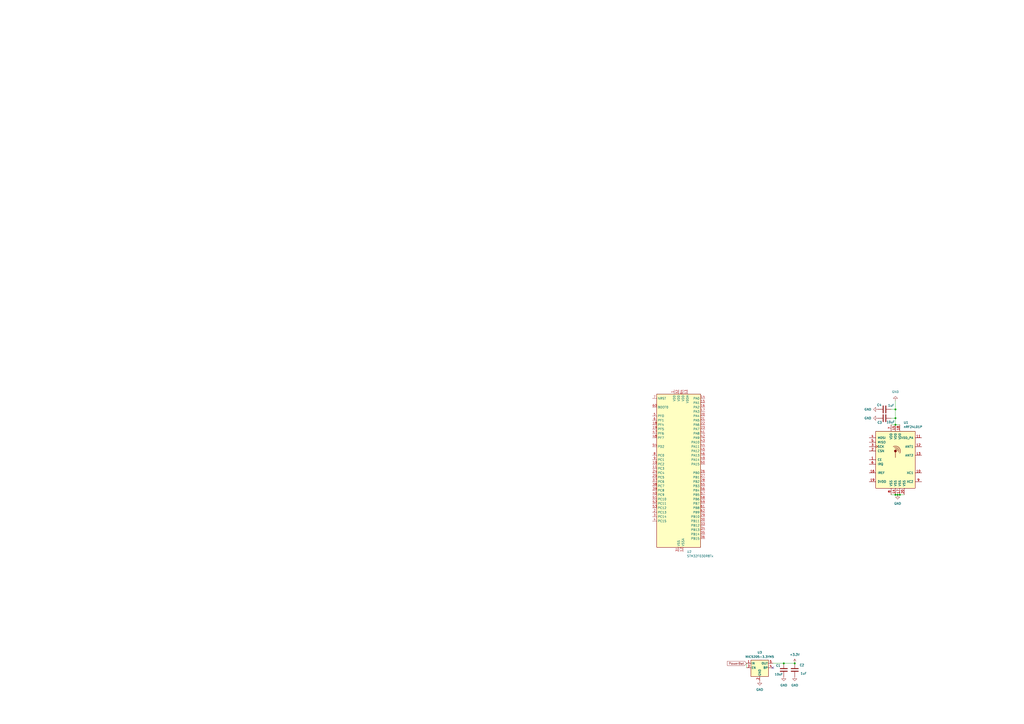
<source format=kicad_sch>
(kicad_sch (version 20231120) (generator "eeschema") (generator_version "8.0")
  (paper "A2")
  (lib_symbols
    (symbol "Device:C" (pin_numbers hide) (pin_names (offset 0.254))
      (property "Reference" "C" (at 0.635 2.54 0))
      (property "Value" "C" (at 0.635 -2.54 0))
      (symbol "C_0_1"
        (polyline (pts (xy -2.032 -0.762) (xy 2.032 -0.762)) (stroke (width 0.508)))
        (polyline (pts (xy -2.032 0.762) (xy 2.032 0.762)) (stroke (width 0.508)))
      )
      (symbol "C_1_1"
        (pin passive line (at 0 3.81 270) (length 2.794) (name "~") (number "1"))
        (pin passive line (at 0 -3.81 90) (length 2.794) (name "~") (number "2"))
      )
    )
    (symbol "MCU_ST_STM32F0:STM32F030R8Tx"
      (property "Reference" "U" (at -12.7 46.99 0))
      (property "Value" "STM32F030R8Tx" (at 7.62 46.99 0))
      (symbol "STM32F030R8Tx_0_1"
        (rectangle (start -12.7 -43.18) (end 12.7 45.72) (stroke (width 0.254)) (fill (type background)))
      )
      (symbol "STM32F030R8Tx_1_1"
        (pin power_in line (at -2.54 48.26 270) (length 2.54) (name "VDD") (number "1"))
        (pin bidirectional line (at -15.24 5.08 0) (length 2.54) (name "PC2") (number "10"))
        (pin bidirectional line (at -15.24 2.54 0) (length 2.54) (name "PC3") (number "11"))
        (pin power_in line (at 2.54 -45.72 90) (length 2.54) (name "VSSA") (number "12"))
        (pin power_in line (at 5.08 48.26 270) (length 2.54) (name "VDDA") (number "13"))
        (pin bidirectional line (at 15.24 43.18 180) (length 2.54) (name "PA0") (number "14"))
        (pin bidirectional line (at 15.24 40.64 180) (length 2.54) (name "PA1") (number "15"))
        (pin bidirectional line (at 15.24 38.1 180) (length 2.54) (name "PA2") (number "16"))
        (pin bidirectional line (at 15.24 35.56 180) (length 2.54) (name "PA3") (number "17"))
        (pin bidirectional line (at -15.24 27.94 0) (length 2.54) (name "PF4") (number "18"))
        (pin bidirectional line (at -15.24 25.4 0) (length 2.54) (name "PF5") (number "19"))
        (pin bidirectional line (at -15.24 -22.86 0) (length 2.54) (name "PC13") (number "2"))
        (pin bidirectional line (at 15.24 33.02 180) (length 2.54) (name "PA4") (number "20"))
        (pin bidirectional line (at 15.24 30.48 180) (length 2.54) (name "PA5") (number "21"))
        (pin bidirectional line (at 15.24 27.94 180) (length 2.54) (name "PA6") (number "22"))
        (pin bidirectional line (at 15.24 25.4 180) (length 2.54) (name "PA7") (number "23"))
        (pin bidirectional line (at -15.24 0 0) (length 2.54) (name "PC4") (number "24"))
        (pin bidirectional line (at -15.24 -2.54 0) (length 2.54) (name "PC5") (number "25"))
        (pin bidirectional line (at 15.24 0 180) (length 2.54) (name "PB0") (number "26"))
        (pin bidirectional line (at 15.24 -2.54 180) (length 2.54) (name "PB1") (number "27"))
        (pin bidirectional line (at 15.24 -5.08 180) (length 2.54) (name "PB2") (number "28"))
        (pin bidirectional line (at 15.24 -25.4 180) (length 2.54) (name "PB10") (number "29"))
        (pin bidirectional line (at -15.24 -25.4 0) (length 2.54) (name "PC14") (number "3"))
        (pin bidirectional line (at 15.24 -27.94 180) (length 2.54) (name "PB11") (number "30"))
        (pin power_in line (at 0 -45.72 90) (length 2.54) (name "VSS") (number "31"))
        (pin power_in line (at 0 48.26 270) (length 2.54) (name "VDD") (number "32"))
        (pin bidirectional line (at 15.24 -30.48 180) (length 2.54) (name "PB12") (number "33"))
        (pin bidirectional line (at 15.24 -33.02 180) (length 2.54) (name "PB13") (number "34"))
        (pin bidirectional line (at 15.24 -35.56 180) (length 2.54) (name "PB14") (number "35"))
        (pin bidirectional line (at 15.24 -38.1 180) (length 2.54) (name "PB15") (number "36"))
        (pin bidirectional line (at -15.24 -5.08 0) (length 2.54) (name "PC6") (number "37"))
        (pin bidirectional line (at -15.24 -7.62 0) (length 2.54) (name "PC7") (number "38"))
        (pin bidirectional line (at -15.24 -10.16 0) (length 2.54) (name "PC8") (number "39"))
        (pin bidirectional line (at -15.24 -27.94 0) (length 2.54) (name "PC15") (number "4"))
        (pin bidirectional line (at -15.24 -12.7 0) (length 2.54) (name "PC9") (number "40"))
        (pin bidirectional line (at 15.24 22.86 180) (length 2.54) (name "PA8") (number "41"))
        (pin bidirectional line (at 15.24 20.32 180) (length 2.54) (name "PA9") (number "42"))
        (pin bidirectional line (at 15.24 17.78 180) (length 2.54) (name "PA10") (number "43"))
        (pin bidirectional line (at 15.24 15.24 180) (length 2.54) (name "PA11") (number "44"))
        (pin bidirectional line (at 15.24 12.7 180) (length 2.54) (name "PA12") (number "45"))
        (pin bidirectional line (at 15.24 10.16 180) (length 2.54) (name "PA13") (number "46"))
        (pin bidirectional line (at -15.24 22.86 0) (length 2.54) (name "PF6") (number "47"))
        (pin bidirectional line (at -15.24 20.32 0) (length 2.54) (name "PF7") (number "48"))
        (pin bidirectional line (at 15.24 7.62 180) (length 2.54) (name "PA14") (number "49"))
        (pin bidirectional line (at -15.24 33.02 0) (length 2.54) (name "PF0") (number "5"))
        (pin bidirectional line (at 15.24 5.08 180) (length 2.54) (name "PA15") (number "50"))
        (pin bidirectional line (at -15.24 -15.24 0) (length 2.54) (name "PC10") (number "51"))
        (pin bidirectional line (at -15.24 -17.78 0) (length 2.54) (name "PC11") (number "52"))
        (pin bidirectional line (at -15.24 -20.32 0) (length 2.54) (name "PC12") (number "53"))
        (pin bidirectional line (at -15.24 15.24 0) (length 2.54) (name "PD2") (number "54"))
        (pin bidirectional line (at 15.24 -7.62 180) (length 2.54) (name "PB3") (number "55"))
        (pin bidirectional line (at 15.24 -10.16 180) (length 2.54) (name "PB4") (number "56"))
        (pin bidirectional line (at 15.24 -12.7 180) (length 2.54) (name "PB5") (number "57"))
        (pin bidirectional line (at 15.24 -15.24 180) (length 2.54) (name "PB6") (number "58"))
        (pin bidirectional line (at 15.24 -17.78 180) (length 2.54) (name "PB7") (number "59"))
        (pin bidirectional line (at -15.24 30.48 0) (length 2.54) (name "PF1") (number "6"))
        (pin input line (at -15.24 38.1 0) (length 2.54) (name "BOOT0") (number "60"))
        (pin bidirectional line (at 15.24 -20.32 180) (length 2.54) (name "PB8") (number "61"))
        (pin bidirectional line (at 15.24 -22.86 180) (length 2.54) (name "PB9") (number "62"))
        (pin passive line (at 0 -45.72 90) (length 2.54) hide (name "VSS") (number "63"))
        (pin power_in line (at 2.54 48.26 270) (length 2.54) (name "VDD") (number "64"))
        (pin input line (at -15.24 43.18 0) (length 2.54) (name "NRST") (number "7"))
        (pin bidirectional line (at -15.24 10.16 0) (length 2.54) (name "PC0") (number "8"))
        (pin bidirectional line (at -15.24 7.62 0) (length 2.54) (name "PC1") (number "9"))
      )
    )
    (symbol "RF:nRF24L01P" (pin_names (offset 1.016))
      (property "Reference" "U" (at -11.43 17.78 0))
      (property "Value" "nRF24L01P" (at 5.08 17.78 0))
      (symbol "nRF24L01P_0_1"
        (rectangle (start -11.43 16.51) (end 11.43 -16.51) (stroke (width 0.254)) (fill (type background)))
        (polyline (pts (xy 0 4.445) (xy 0 1.27)) (stroke (width 0.254)))
        (circle (center 0 5.08) (radius 0.635) (stroke (width 0.254)) (fill (type outline)))
        (arc (start 1.27 5.08) (mid 0.9071 5.9946) (end 0 6.35) (stroke (width 0.254)))
        (arc (start 1.905 4.445) (mid 1.4313 6.5254) (end -0.635 6.985) (stroke (width 0.254)))
        (arc (start 2.54 3.81) (mid 2.008 7.088) (end -1.27 7.62) (stroke (width 0.254)))
        (rectangle (start 11.43 -13.97) (end 11.43 -13.97))
      )
      (symbol "nRF24L01P_1_1"
        (pin input line (at -15.24 0 0) (length 3.81) (name "CE") (number "1"))
        (pin passive line (at 15.24 -7.62 180) (length 3.81) (name "XC1") (number "10"))
        (pin power_out line (at 15.24 12.7 180) (length 3.81) (name "VDD_PA") (number "11"))
        (pin passive line (at 15.24 7.62 180) (length 3.81) (name "ANT1") (number "12"))
        (pin passive line (at 15.24 2.54 180) (length 3.81) (name "ANT2") (number "13"))
        (pin power_in line (at 0 -20.32 90) (length 3.81) (name "VSS") (number "14"))
        (pin power_in line (at 0 20.32 270) (length 3.81) (name "VDD") (number "15"))
        (pin passive line (at -15.24 -7.62 0) (length 3.81) (name "IREF") (number "16"))
        (pin power_in line (at 2.54 -20.32 90) (length 3.81) (name "VSS") (number "17"))
        (pin power_in line (at 2.54 20.32 270) (length 3.81) (name "VDD") (number "18"))
        (pin power_out line (at -15.24 -12.7 0) (length 3.81) (name "DVDD") (number "19"))
        (pin input line (at -15.24 5.08 0) (length 3.81) (name "CSN") (number "2"))
        (pin power_in line (at 5.08 -20.32 90) (length 3.81) (name "VSS") (number "20"))
        (pin input clock (at -15.24 7.62 0) (length 3.81) (name "SCK") (number "3"))
        (pin input line (at -15.24 12.7 0) (length 3.81) (name "MOSI") (number "4"))
        (pin output line (at -15.24 10.16 0) (length 3.81) (name "MISO") (number "5"))
        (pin output line (at -15.24 -2.54 0) (length 3.81) (name "IRQ") (number "6"))
        (pin power_in line (at -2.54 20.32 270) (length 3.81) (name "VDD") (number "7"))
        (pin power_in line (at -2.54 -20.32 90) (length 3.81) (name "VSS") (number "8"))
        (pin passive line (at 15.24 -12.7 180) (length 3.81) (name "XC2") (number "9"))
      )
    )
    (symbol "Regulator_Linear:MIC5205-3.3YM5" (pin_names (offset 0.254))
      (property "Reference" "U" (at -3.81 5.715 0))
      (property "Value" "MIC5205-3.3YM5" (at 0 5.715 0))
      (symbol "MIC5205-3.3YM5_0_1"
        (rectangle (start -5.08 4.445) (end 5.08 -5.08) (stroke (width 0.254)) (fill (type background)))
      )
      (symbol "MIC5205-3.3YM5_1_1"
        (pin power_in line (at -7.62 2.54 0) (length 2.54) (name "IN") (number "1"))
        (pin power_in line (at 0 -7.62 90) (length 2.54) (name "GND") (number "2"))
        (pin input line (at -7.62 0 0) (length 2.54) (name "EN") (number "3"))
        (pin input line (at 7.62 0 180) (length 2.54) (name "BP") (number "4"))
        (pin power_out line (at 7.62 2.54 180) (length 2.54) (name "OUT") (number "5"))
      )
    )
    (symbol "power:+3.3V" (power) (pin_numbers hide) (pin_names (offset 0) hide)
      (property "Value" "+3.3V" (at 0 3.556 0))
      (symbol "+3.3V_0_1"
        (polyline (pts (xy -0.762 1.27) (xy 0 2.54)))
        (polyline (pts (xy 0 0) (xy 0 2.54)))
        (polyline (pts (xy 0 2.54) (xy 0.762 1.27)))
      )
      (symbol "+3.3V_1_1"
        (pin power_in line (at 0 0 90) (length 0) (name "~") (number "1"))
      )
    )
    (symbol "power:GND" (power) (pin_numbers hide) (pin_names (offset 0) hide)
      (property "Value" "GND" (at 0 -3.81 0))
      (symbol "GND_0_1"
        (polyline (pts (xy 0 0) (xy 0 -1.27) (xy 1.27 -1.27) (xy 0 -2.54) (xy -1.27 -1.27) (xy 0 -1.27)))
      )
      (symbol "GND_1_1"
        (pin power_in line (at 0 0 270) (length 0) (name "~") (number "1"))
      )
    )
  )
  (junction (at 519.43 242.57))
  (junction (at 454.66 384.81))
  (junction (at 519.43 237.49))
  (junction (at 461.01 384.81))
  (junction (at 519.43 287.02))
  (junction (at 519.43 246.38))
  (junction (at 520.7 287.02))
  (junction (at 521.97 287.02))
  (no_connect (at 448.31 387.35))
  (wire (pts (xy 516.89 242.57) (xy 519.43 242.57)))
  (wire (pts (xy 516.89 237.49) (xy 519.43 237.49)))
  (wire (pts (xy 516.89 287.02) (xy 519.43 287.02)))
  (wire (pts (xy 519.43 232.41) (xy 519.43 237.49)))
  (wire (pts (xy 521.97 287.02) (xy 524.51 287.02)))
  (wire (pts (xy 519.43 287.02) (xy 520.7 287.02)))
  (wire (pts (xy 433.07 384.81) (xy 433.07 387.35)))
  (wire (pts (xy 519.43 242.57) (xy 519.43 246.38)))
  (wire (pts (xy 519.43 237.49) (xy 519.43 242.57)))
  (wire (pts (xy 516.89 246.38) (xy 519.43 246.38)))
  (wire (pts (xy 454.66 384.81) (xy 461.01 384.81)))
  (wire (pts (xy 448.31 384.81) (xy 454.66 384.81)))
  (wire (pts (xy 519.43 246.38) (xy 521.97 246.38)))
  (wire (pts (xy 520.7 287.02) (xy 521.97 287.02)))
  (global_label "PowerBat" (shape input) (at 433.07 384.81 180) (property "Intersheetrefs" "${INTERSHEET_REFS}" (effects (hide yes))))
  (symbol (lib_id "Device:C") (at 461.01 388.62 0) (unit 1)
    (property "Reference" "C2" (at 463.804 385.826 0) (effects (justify left)))
    (property "Value" "1uF" (at 464.312 390.652 0) (effects (justify left)))
    (property "Description" "Unpolarized capacitor" (effects (hide yes)))
  )
  (symbol (lib_id "power:GND") (at 461.01 392.43 0) (unit 1)
    (property "Reference" "#PWR03" (effects (hide yes)))
    (property "Value" "GND" (at 461.01 397.51 0))
    (property "Description" "Power symbol creates a global label with name \"GND\" , ground" (effects (hide yes)))
  )
  (symbol (lib_id "Device:C") (at 513.08 242.57 90) (unit 1)
    (property "Reference" "C3" (at 510.286 245.11 90))
    (property "Value" "10uF" (at 516.636 244.856 90))
    (property "Description" "Unpolarized capacitor" (effects (hide yes)))
  )
  (symbol (lib_id "RF:nRF24L01P") (at 519.43 266.7 0) (unit 1)
    (property "Reference" "U1" (at 524.1641 245.11 0) (effects (justify left)))
    (property "Value" "nRF24L01P" (at 524.1641 247.65 0) (effects (justify left)))
    (property "Footprint" "Package_DFN_QFN:QFN-20-1EP_4x4mm_P0.5mm_EP2.5x2.5mm" (effects (hide yes)))
    (property "Datasheet" "http://www.nordicsemi.com/eng/content/download/2726/34069/file/nRF24L01P_Product_Specification_1_0.pdf" (effects (hide yes)))
    (property "Description" "nRF24L01+, Ultra low power 2.4GHz RF Transceiver, QFN20 4x4mm" (effects (hide yes)))
  )
  (symbol (lib_id "MCU_ST_STM32F0:STM32F030R8Tx") (at 393.7 274.32 0) (unit 1)
    (property "Reference" "U2" (at 398.4341 320.04 0) (effects (justify left)))
    (property "Value" "STM32F030R8Tx" (at 398.4341 322.58 0) (effects (justify left)))
    (property "Footprint" "Package_QFP:LQFP-64_10x10mm_P0.5mm" (effects (hide yes)))
    (property "Datasheet" "https://www.st.com/resource/en/datasheet/stm32f030r8.pdf" (effects (hide yes)))
    (property "Description" "STMicroelectronics Arm Cortex-M0 MCU, 64KB flash, 8KB RAM, 48 MHz, 2.4-3.6V, 55 GPIO, LQFP64" (effects (hide yes)))
  )
  (symbol (lib_id "Regulator_Linear:MIC5205-3.3YM5") (at 440.69 387.35 0) (unit 1)
    (property "Reference" "U3" (at 440.69 378.46 0))
    (property "Value" "MIC5205-3.3YM5" (at 440.69 381 0))
    (property "Footprint" "Package_TO_SOT_SMD:SOT-23-5" (effects (hide yes)))
    (property "Datasheet" "http://ww1.microchip.com/downloads/en/DeviceDoc/20005785A.pdf" (effects (hide yes)))
    (property "Description" "150mA low dropout linear regulator, fixed 3.3V output, SOT-23-5" (effects (hide yes)))
  )
  (symbol (lib_id "power:+3.3V") (at 461.01 384.81 0) (unit 1)
    (property "Reference" "#PWR01" (effects (hide yes)))
    (property "Value" "+3.3V" (at 461.01 379.73 0))
    (property "Description" "Power symbol creates a global label with name \"+3.3V\"" (effects (hide yes)))
  )
  (symbol (lib_id "power:GND") (at 440.69 394.97 0) (unit 1)
    (property "Reference" "#PWR04" (effects (hide yes)))
    (property "Value" "GND" (at 440.69 400.05 0))
    (property "Description" "Power symbol creates a global label with name \"GND\" , ground" (effects (hide yes)))
  )
  (symbol (lib_id "power:GND") (at 454.66 392.43 0) (unit 1)
    (property "Reference" "#PWR02" (effects (hide yes)))
    (property "Value" "GND" (at 454.66 397.51 0))
    (property "Description" "Power symbol creates a global label with name \"GND\" , ground" (effects (hide yes)))
  )
  (symbol (lib_id "Device:C") (at 513.08 237.49 90) (unit 1)
    (property "Reference" "C4" (at 510.032 234.95 90))
    (property "Value" "1uF" (at 516.89 235.204 90))
    (property "Description" "Unpolarized capacitor" (effects (hide yes)))
  )
  (symbol (lib_id "power:GND") (at 509.27 237.49 270) (unit 1)
    (property "Reference" "#PWR07" (effects (hide yes)))
    (property "Value" "GND" (at 505.46 237.4899 90) (effects (justify right)))
    (property "Description" "Power symbol creates a global label with name \"GND\" , ground" (effects (hide yes)))
  )
  (symbol (lib_id "power:GND") (at 520.7 287.02 0) (unit 1)
    (property "Reference" "#PWR05" (effects (hide yes)))
    (property "Value" "GND" (at 520.7 292.1 0))
    (property "Description" "Power symbol creates a global label with name \"GND\" , ground" (effects (hide yes)))
  )
  (symbol (lib_id "power:GND") (at 519.43 232.41 180) (unit 1)
    (property "Reference" "#PWR06" (effects (hide yes)))
    (property "Value" "GND" (at 519.43 227.33 0))
    (property "Description" "Power symbol creates a global label with name \"GND\" , ground" (effects (hide yes)))
  )
  (symbol (lib_id "Device:C") (at 454.66 388.62 0) (unit 1)
    (property "Reference" "C1" (at 450.088 386.08 0) (effects (justify left)))
    (property "Value" "10uF" (at 449.326 391.16 0) (effects (justify left)))
    (property "Description" "Unpolarized capacitor" (effects (hide yes)))
  )
  (symbol (lib_id "power:GND") (at 509.27 242.57 270) (unit 1)
    (property "Reference" "#PWR08" (effects (hide yes)))
    (property "Value" "GND" (at 505.46 242.5699 90) (effects (justify right)))
    (property "Description" "Power symbol creates a global label with name \"GND\" , ground" (effects (hide yes)))
  )
)
</source>
